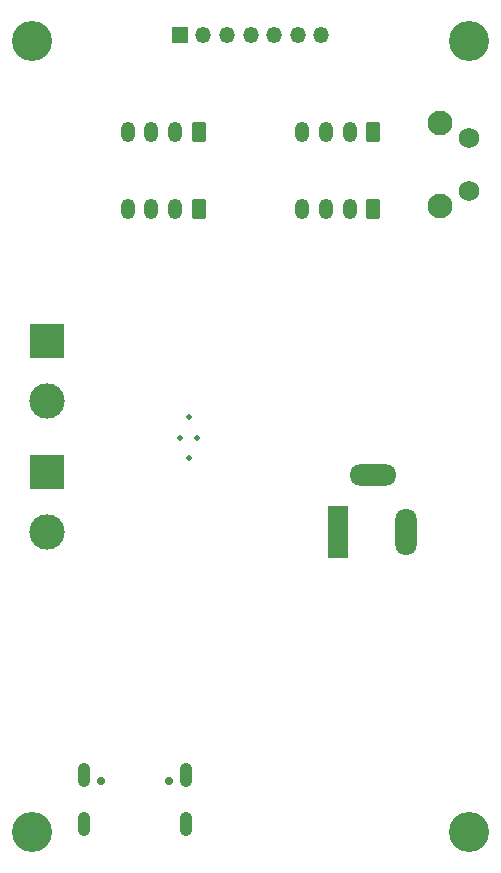
<source format=gbr>
%TF.GenerationSoftware,KiCad,Pcbnew,(6.0.7)*%
%TF.CreationDate,2022-11-21T13:24:11-08:00*%
%TF.ProjectId,WaterTopper,57617465-7254-46f7-9070-65722e6b6963,rev?*%
%TF.SameCoordinates,Original*%
%TF.FileFunction,Soldermask,Bot*%
%TF.FilePolarity,Negative*%
%FSLAX46Y46*%
G04 Gerber Fmt 4.6, Leading zero omitted, Abs format (unit mm)*
G04 Created by KiCad (PCBNEW (6.0.7)) date 2022-11-21 13:24:11*
%MOMM*%
%LPD*%
G01*
G04 APERTURE LIST*
G04 Aperture macros list*
%AMRoundRect*
0 Rectangle with rounded corners*
0 $1 Rounding radius*
0 $2 $3 $4 $5 $6 $7 $8 $9 X,Y pos of 4 corners*
0 Add a 4 corners polygon primitive as box body*
4,1,4,$2,$3,$4,$5,$6,$7,$8,$9,$2,$3,0*
0 Add four circle primitives for the rounded corners*
1,1,$1+$1,$2,$3*
1,1,$1+$1,$4,$5*
1,1,$1+$1,$6,$7*
1,1,$1+$1,$8,$9*
0 Add four rect primitives between the rounded corners*
20,1,$1+$1,$2,$3,$4,$5,0*
20,1,$1+$1,$4,$5,$6,$7,0*
20,1,$1+$1,$6,$7,$8,$9,0*
20,1,$1+$1,$8,$9,$2,$3,0*%
G04 Aperture macros list end*
%ADD10R,1.350000X1.350000*%
%ADD11O,1.350000X1.350000*%
%ADD12C,2.100000*%
%ADD13C,1.750000*%
%ADD14C,3.400000*%
%ADD15R,1.800000X4.400000*%
%ADD16O,1.800000X4.000000*%
%ADD17O,4.000000X1.800000*%
%ADD18C,0.700000*%
%ADD19O,1.050000X2.100000*%
%ADD20R,3.000000X3.000000*%
%ADD21C,3.000000*%
%ADD22C,0.499999*%
%ADD23RoundRect,0.250000X0.350000X0.625000X-0.350000X0.625000X-0.350000X-0.625000X0.350000X-0.625000X0*%
%ADD24O,1.200000X1.750000*%
G04 APERTURE END LIST*
D10*
%TO.C,J3*%
X143500000Y-56500000D03*
D11*
X145500000Y-56500000D03*
X147500000Y-56500000D03*
X149500000Y-56500000D03*
X151500000Y-56500000D03*
X153500000Y-56500000D03*
X155500000Y-56500000D03*
%TD*%
D12*
%TO.C,SW3*%
X165547500Y-70985000D03*
X165547500Y-63975000D03*
D13*
X168037500Y-65225000D03*
X168037500Y-69725000D03*
%TD*%
D14*
%TO.C,H4*%
X168000000Y-124000000D03*
%TD*%
D15*
%TO.C,J2*%
X156900000Y-98600000D03*
D16*
X162700000Y-98600000D03*
D17*
X159900000Y-93800000D03*
%TD*%
D14*
%TO.C,H2*%
X168000000Y-57000000D03*
%TD*%
D18*
%TO.C,J1*%
X142640000Y-119700000D03*
X136860000Y-119700000D03*
D19*
X135430000Y-119170000D03*
X144070000Y-119170000D03*
X135430000Y-123350000D03*
X144070000Y-123350000D03*
%TD*%
D14*
%TO.C,H1*%
X131000000Y-57000000D03*
%TD*%
D20*
%TO.C,J8*%
X132250000Y-82420000D03*
D21*
X132250000Y-87500000D03*
%TD*%
D14*
%TO.C,H3*%
X131000000Y-124000000D03*
%TD*%
D22*
%TO.C,U3*%
X145003998Y-90600000D03*
X143503996Y-90600000D03*
X144253997Y-88850001D03*
X144253997Y-92349999D03*
%TD*%
D20*
%TO.C,J9*%
X132250000Y-93500000D03*
D21*
X132250000Y-98580000D03*
%TD*%
D23*
%TO.C,J7*%
X145100000Y-71200000D03*
D24*
X143100000Y-71200000D03*
X141100000Y-71200000D03*
X139100000Y-71200000D03*
%TD*%
D23*
%TO.C,J4*%
X159900000Y-64700000D03*
D24*
X157900000Y-64700000D03*
X155900000Y-64700000D03*
X153900000Y-64700000D03*
%TD*%
D23*
%TO.C,J5*%
X159900000Y-71200000D03*
D24*
X157900000Y-71200000D03*
X155900000Y-71200000D03*
X153900000Y-71200000D03*
%TD*%
D23*
%TO.C,J6*%
X145100000Y-64700000D03*
D24*
X143100000Y-64700000D03*
X141100000Y-64700000D03*
X139100000Y-64700000D03*
%TD*%
M02*

</source>
